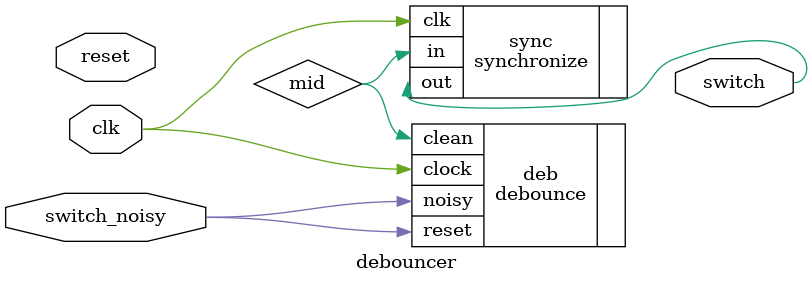
<source format=v>
`timescale 1ns / 1ps


module debouncer (input reset, clk, switch_noisy, //a switch
	output switch);
	//debounce all the switches
	wire mid;
	debounce deb (.reset(switch_noisy), .clock(clk), .noisy(switch_noisy), .clean(mid));
	//feed debounce output into sync input
	synchronize sync (.clk(clk), .in(mid), .out(switch));
endmodule 
</source>
